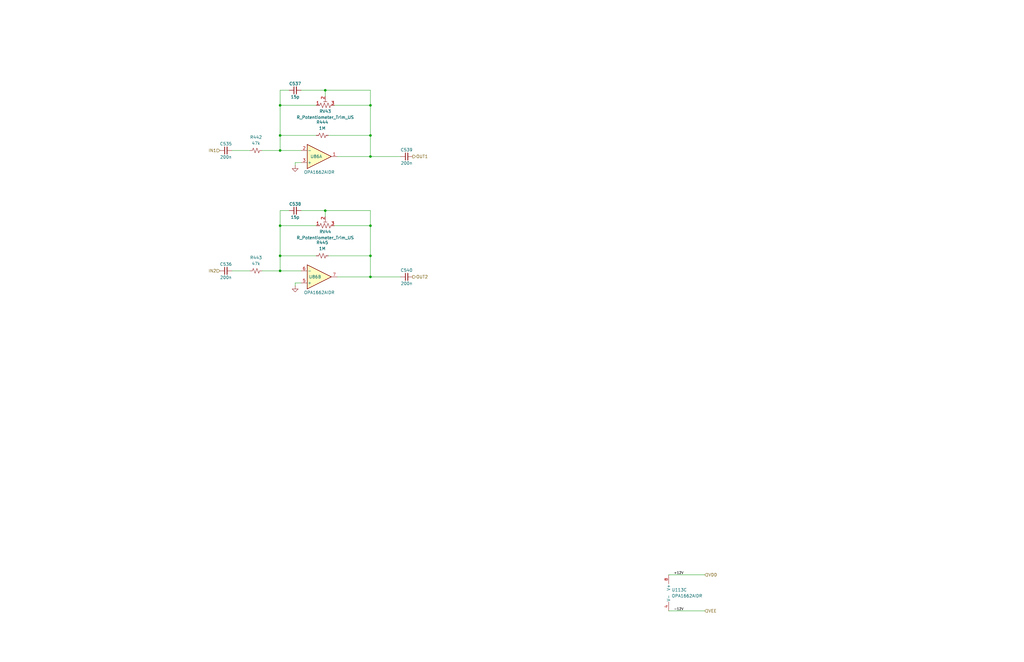
<source format=kicad_sch>
(kicad_sch (version 20250114) (generator "eeschema") (generator_version "9.0")
  (paper "B")
  (lib_symbols
    (symbol "Amplifier_Operational:OPA1656ID" (pin_names (offset 0.127))
      (property "Reference" "U" (at 0 5.08 0))
      (property "Value" "OPA1656ID" (at 0 -5.08 0))
      (symbol "OPA1656ID_1_1"
        (polyline (pts (xy -5.08 5.08) (xy 5.08 0) (xy -5.08 -5.08) (xy -5.08 5.08)) (stroke (width 0.254)) (fill (type background)))
        (pin input line (at -7.62 2.54 0) (length 2.54) (name "+") (number "3"))
        (pin input line (at -7.62 -2.54 0) (length 2.54) (name "-") (number "2"))
        (pin output line (at 7.62 0 180) (length 2.54) (name "~") (number "1"))
      )
      (symbol "OPA1656ID_2_1"
        (polyline (pts (xy -5.08 5.08) (xy 5.08 0) (xy -5.08 -5.08) (xy -5.08 5.08)) (stroke (width 0.254)) (fill (type background)))
        (pin input line (at -7.62 2.54 0) (length 2.54) (name "+") (number "5"))
        (pin input line (at -7.62 -2.54 0) (length 2.54) (name "-") (number "6"))
        (pin output line (at 7.62 0 180) (length 2.54) (name "~") (number "7"))
      )
      (symbol "OPA1656ID_3_1"
        (pin power_in line (at -2.54 7.62 270) (length 3.81) (name "V+") (number "8"))
        (pin power_in line (at -2.54 -7.62 90) (length 3.81) (name "V-") (number "4"))
      )
    )
    (symbol "Device:C_Small" (pin_numbers (hide yes)) (pin_names (offset 0.254) (hide yes))
      (property "Reference" "C" (at 0.254 1.778 0))
      (property "Value" "C_Small" (at 0.254 -2.032 0))
      (symbol "C_Small_0_1"
        (polyline (pts (xy -1.524 0.508) (xy 1.524 0.508)) (stroke (width 0.3048)))
        (polyline (pts (xy -1.524 -0.508) (xy 1.524 -0.508)) (stroke (width 0.3302)))
      )
      (symbol "C_Small_1_1"
        (pin passive line (at 0 2.54 270) (length 2.032) (name "~") (number "1"))
        (pin passive line (at 0 -2.54 90) (length 2.032) (name "~") (number "2"))
      )
    )
    (symbol "Device:R_Potentiometer_Trim_US" (pin_names (offset 1.016) (hide yes))
      (property "Reference" "RV" (at -4.445 0 90))
      (property "Value" "R_Potentiometer_Trim_US" (at -2.54 0 90))
      (symbol "R_Potentiometer_Trim_US_0_1"
        (polyline (pts (xy 0 2.286) (xy 0 2.54)))
        (polyline (pts (xy 0 2.286) (xy 1.016 1.905) (xy 0 1.524) (xy -1.016 1.143) (xy 0 0.762)))
        (polyline (pts (xy 0 0.762) (xy 1.016 0.381) (xy 0 0) (xy -1.016 -0.381) (xy 0 -0.762)))
        (polyline (pts (xy 0 -0.762) (xy 1.016 -1.143) (xy 0 -1.524) (xy -1.016 -1.905) (xy 0 -2.286)))
        (polyline (pts (xy 0 -2.286) (xy 0 -2.54)))
        (polyline (pts (xy 1.524 0.762) (xy 1.524 -0.762)))
        (polyline (pts (xy 2.54 0) (xy 1.524 0)))
      )
      (symbol "R_Potentiometer_Trim_US_1_1"
        (pin passive line (at 0 3.81 270) (length 1.27) (name "1") (number "1"))
        (pin passive line (at 0 -3.81 90) (length 1.27) (name "3") (number "3"))
        (pin passive line (at 3.81 0 180) (length 1.27) (name "2") (number "2"))
      )
    )
    (symbol "Device:R_Small_US" (pin_numbers (hide yes)) (pin_names (offset 0.254) (hide yes))
      (property "Reference" "R" (at 0.762 0.508 0))
      (property "Value" "R_Small_US" (at 0.762 -1.016 0))
      (symbol "R_Small_US_1_1"
        (polyline (pts (xy 0 1.524) (xy 1.016 1.143) (xy 0 0.762) (xy -1.016 0.381) (xy 0 0)))
        (polyline (pts (xy 0 0) (xy 1.016 -0.381) (xy 0 -0.762) (xy -1.016 -1.143) (xy 0 -1.524)))
        (pin passive line (at 0 2.54 270) (length 1.016) (name "~") (number "1"))
        (pin passive line (at 0 -2.54 90) (length 1.016) (name "~") (number "2"))
      )
    )
    (symbol "power:GND" (power) (pin_numbers (hide yes)) (pin_names (offset 0) (hide yes))
      (property "Value" "GND" (at 0 -3.81 0))
      (symbol "GND_0_1"
        (polyline (pts (xy 0 0) (xy 0 -1.27) (xy 1.27 -1.27) (xy 0 -2.54) (xy -1.27 -1.27) (xy 0 -1.27)))
      )
      (symbol "GND_1_1"
        (pin power_in line (at 0 0 270) (length 0) (name "~") (number "1"))
      )
    )
  )
  (junction (at 118.11 63.5))
  (junction (at 137.16 88.9))
  (junction (at 156.21 66.04))
  (junction (at 118.11 44.45))
  (junction (at 156.21 116.84))
  (junction (at 118.11 107.95))
  (junction (at 156.21 44.45))
  (junction (at 137.16 38.1))
  (junction (at 156.21 57.15))
  (junction (at 118.11 57.15))
  (junction (at 156.21 95.25))
  (junction (at 156.21 107.95))
  (junction (at 118.11 114.3))
  (junction (at 118.11 95.25))
  (wire (pts (xy 138.43 107.95) (xy 156.21 107.95)))
  (wire (pts (xy 118.11 95.25) (xy 118.11 107.95)))
  (wire (pts (xy 118.11 38.1) (xy 121.92 38.1)))
  (wire (pts (xy 124.46 68.58) (xy 127 68.58)))
  (wire (pts (xy 281.94 242.57) (xy 297.18 242.57)))
  (wire (pts (xy 127 63.5) (xy 118.11 63.5)))
  (wire (pts (xy 118.11 88.9) (xy 118.11 95.25)))
  (wire (pts (xy 156.21 88.9) (xy 156.21 95.25)))
  (wire (pts (xy 110.49 63.5) (xy 118.11 63.5)))
  (wire (pts (xy 137.16 38.1) (xy 137.16 40.64)))
  (wire (pts (xy 118.11 63.5) (xy 118.11 57.15)))
  (wire (pts (xy 124.46 120.65) (xy 124.46 119.38)))
  (wire (pts (xy 156.21 95.25) (xy 156.21 107.95)))
  (wire (pts (xy 118.11 57.15) (xy 133.35 57.15)))
  (wire (pts (xy 138.43 57.15) (xy 156.21 57.15)))
  (wire (pts (xy 156.21 116.84) (xy 142.24 116.84)))
  (wire (pts (xy 124.46 119.38) (xy 127 119.38)))
  (wire (pts (xy 137.16 88.9) (xy 137.16 91.44)))
  (wire (pts (xy 140.97 44.45) (xy 156.21 44.45)))
  (wire (pts (xy 156.21 44.45) (xy 156.21 57.15)))
  (wire (pts (xy 137.16 88.9) (xy 156.21 88.9)))
  (wire (pts (xy 156.21 66.04) (xy 142.24 66.04)))
  (wire (pts (xy 118.11 107.95) (xy 133.35 107.95)))
  (wire (pts (xy 156.21 57.15) (xy 156.21 66.04)))
  (wire (pts (xy 127 88.9) (xy 137.16 88.9)))
  (wire (pts (xy 156.21 116.84) (xy 168.91 116.84)))
  (wire (pts (xy 140.97 95.25) (xy 156.21 95.25)))
  (wire (pts (xy 156.21 66.04) (xy 168.91 66.04)))
  (wire (pts (xy 124.46 69.85) (xy 124.46 68.58)))
  (wire (pts (xy 118.11 88.9) (xy 121.92 88.9)))
  (wire (pts (xy 97.79 63.5) (xy 105.41 63.5)))
  (wire (pts (xy 156.21 107.95) (xy 156.21 116.84)))
  (wire (pts (xy 118.11 38.1) (xy 118.11 44.45)))
  (wire (pts (xy 127 38.1) (xy 137.16 38.1)))
  (wire (pts (xy 281.94 257.81) (xy 297.18 257.81)))
  (wire (pts (xy 156.21 38.1) (xy 156.21 44.45)))
  (wire (pts (xy 133.35 44.45) (xy 118.11 44.45)))
  (wire (pts (xy 137.16 38.1) (xy 156.21 38.1)))
  (wire (pts (xy 133.35 95.25) (xy 118.11 95.25)))
  (wire (pts (xy 97.79 114.3) (xy 105.41 114.3)))
  (wire (pts (xy 118.11 114.3) (xy 118.11 107.95)))
  (wire (pts (xy 127 114.3) (xy 118.11 114.3)))
  (wire (pts (xy 110.49 114.3) (xy 118.11 114.3)))
  (wire (pts (xy 118.11 44.45) (xy 118.11 57.15)))
  (label "-12V" (at 288.29 257.81 180) (effects (font (size 1 1))))
  (label "+12V" (at 288.29 242.57 180) (effects (font (size 1 1))))
  (hierarchical_label "VDD" (shape input) (at 297.18 242.57 0))
  (hierarchical_label "VEE" (shape input) (at 297.18 257.81 0))
  (hierarchical_label "OUT1" (shape output) (at 173.99 66.04 0))
  (hierarchical_label "IN1" (shape input) (at 92.71 63.5 180))
  (hierarchical_label "OUT2" (shape output) (at 173.99 116.84 0))
  (hierarchical_label "IN2" (shape input) (at 92.71 114.3 180))
  (symbol (lib_id "Device:C_Small") (at 95.25 63.5 90) (mirror x) (unit 1)
    (property "Reference" "C478" (at 95.25 60.706 90))
    (property "Value" "200n" (at 95.25 66.294 90))
    (property "Description" "Unpolarized capacitor, small symbol" (effects (hide yes)))
    (instances (project "PilotAudioPanel" (path "" (reference "C535") (unit 1)) (path "" (reference "C529") (unit 1)) (path "" (reference "C478") (unit 1)) (path "" (reference "C523") (unit 1))))
  )
  (symbol (lib_id "Device:R_Small_US") (at 107.95 114.3 90) (unit 1)
    (property "Reference" "R431" (at 107.95 108.712 90))
    (property "Value" "47k" (at 107.95 111.252 90))
    (property "Description" "Resistor, small US symbol" (effects (hide yes)))
    (instances (project "PilotAudioPanel" (path "" (reference "R443") (unit 1)) (path "" (reference "R439") (unit 1)) (path "" (reference "R431") (unit 1)) (path "" (reference "R435") (unit 1))))
  )
  (symbol (lib_id "Device:R_Potentiometer_Trim_US") (at 137.16 95.25 90) (unit 1)
    (property "Reference" "RV38" (at 137.16 97.79 90))
    (property "Value" "R_Potentiometer_Trim_US" (at 137.16 100.33 90))
    (property "Description" "Trim-potentiometer, US symbol" (effects (hide yes)))
    (instances (project "PilotAudioPanel" (path "" (reference "RV44") (unit 1)) (path "" (reference "RV42") (unit 1)) (path "" (reference "RV38") (unit 1)) (path "" (reference "RV40") (unit 1))))
  )
  (symbol (lib_id "Device:C_Small") (at 95.25 114.3 90) (mirror x) (unit 1)
    (property "Reference" "C479" (at 95.25 111.506 90))
    (property "Value" "200n" (at 95.25 117.094 90))
    (property "Description" "Unpolarized capacitor, small symbol" (effects (hide yes)))
    (instances (project "PilotAudioPanel" (path "" (reference "C536") (unit 1)) (path "" (reference "C530") (unit 1)) (path "" (reference "C479") (unit 1)) (path "" (reference "C524") (unit 1))))
  )
  (symbol (lib_id "Device:R_Small_US") (at 135.89 57.15 90) (unit 1)
    (property "Reference" "R432" (at 135.89 51.562 90))
    (property "Value" "1M" (at 135.89 54.102 90))
    (property "Description" "Resistor, small US symbol" (effects (hide yes)))
    (instances (project "PilotAudioPanel" (path "" (reference "R444") (unit 1)) (path "" (reference "R440") (unit 1)) (path "" (reference "R432") (unit 1)) (path "" (reference "R436") (unit 1))))
  )
  (symbol (lib_id "Device:C_Small") (at 124.46 88.9 90) (mirror x) (unit 1)
    (property "Reference" "C481" (at 124.46 86.106 90))
    (property "Value" "15p" (at 124.46 91.694 90))
    (property "Description" "Unpolarized capacitor, small symbol" (effects (hide yes)))
    (instances (project "PilotAudioPanel" (path "" (reference "C538") (unit 1)) (path "" (reference "C532") (unit 1)) (path "" (reference "C481") (unit 1)) (path "" (reference "C526") (unit 1))))
  )
  (symbol (lib_id "Device:R_Small_US") (at 107.95 63.5 90) (unit 1)
    (property "Reference" "R430" (at 107.95 57.912 90))
    (property "Value" "47k" (at 107.95 60.452 90))
    (property "Description" "Resistor, small US symbol" (effects (hide yes)))
    (instances (project "PilotAudioPanel" (path "" (reference "R442") (unit 1)) (path "" (reference "R438") (unit 1)) (path "" (reference "R430") (unit 1)) (path "" (reference "R434") (unit 1))))
  )
  (symbol (lib_id "Device:C_Small") (at 171.45 66.04 90) (mirror x) (unit 1)
    (property "Reference" "C482" (at 171.45 63.246 90))
    (property "Value" "200n" (at 171.45 68.834 90))
    (property "Description" "Unpolarized capacitor, small symbol" (effects (hide yes)))
    (instances (project "PilotAudioPanel" (path "" (reference "C539") (unit 1)) (path "" (reference "C533") (unit 1)) (path "" (reference "C482") (unit 1)) (path "" (reference "C527") (unit 1))))
  )
  (symbol (lib_id "power:GND") (at 124.46 69.85 0) (unit 1)
    (property "Reference" "#PWR0413" (effects (hide yes)))
    (property "Value" "GND" (effects (hide yes)))
    (property "Description" "Power symbol creates a global label with name \"GND\" , ground" (effects (hide yes)))
    (instances (project "PilotAudioPanel" (path "" (reference "#PWR0420") (unit 1)) (path "" (reference "#PWR0418") (unit 1)) (path "" (reference "#PWR0413") (unit 1)) (path "" (reference "#PWR0415") (unit 1))))
  )
  (symbol (lib_id "Amplifier_Operational:OPA1656ID") (at 134.62 116.84 0) (mirror x) (unit 2)
    (property "Reference" "U75" (at 132.842 116.84 0))
    (property "Value" "OPA1662AIDR" (at 134.62 123.444 0))
    (property "Footprint" "Package_SO:SOIC-8_3.9x4.9mm_P1.27mm" (effects (hide yes)))
    (property "Datasheet" "https://www.ti.com/lit/ds/symlink/opa1662.pdf?HQS=dis-dk-null-digikeymode-dsf-pf-null-wwe&ts=1750397590108&ref_url=https%253A%252F%252Fwww.ti.com%252Fgeneral%252Fdocs%252Fsuppproductinfo.tsp%253FdistId%253D10%2526gotoUrl%253Dhttps%253A%252F%252Fwww.ti.com%252Flit%252Fgpn%252Fopa1662" (effects (hide yes)))
    (property "Description" "Dual Ultra-Low-Noise, Low-Distortion, FET-Input, Burr-Brown Audio Operational Amplifiers, SOIC-8" (effects (hide yes)))
    (instances (project "PilotAudioPanel" (path "" (reference "U86") (unit 2)) (path "" (reference "U85") (unit 2)) (path "" (reference "U75") (unit 2)) (path "" (reference "U76") (unit 2))))
  )
  (symbol (lib_id "Device:C_Small") (at 124.46 38.1 90) (mirror x) (unit 1)
    (property "Reference" "C480" (at 124.46 35.306 90))
    (property "Value" "15p" (at 124.46 40.894 90))
    (property "Description" "Unpolarized capacitor, small symbol" (effects (hide yes)))
    (instances (project "PilotAudioPanel" (path "" (reference "C537") (unit 1)) (path "" (reference "C531") (unit 1)) (path "" (reference "C480") (unit 1)) (path "" (reference "C525") (unit 1))))
  )
  (symbol (lib_id "Device:C_Small") (at 171.45 116.84 90) (mirror x) (unit 1)
    (property "Reference" "C522" (at 171.45 114.046 90))
    (property "Value" "200n" (at 171.45 119.634 90))
    (property "Description" "Unpolarized capacitor, small symbol" (effects (hide yes)))
    (instances (project "PilotAudioPanel" (path "" (reference "C540") (unit 1)) (path "" (reference "C534") (unit 1)) (path "" (reference "C522") (unit 1)) (path "" (reference "C528") (unit 1))))
  )
  (symbol (lib_id "Device:R_Small_US") (at 135.89 107.95 90) (unit 1)
    (property "Reference" "R433" (at 135.89 102.362 90))
    (property "Value" "1M" (at 135.89 104.902 90))
    (property "Description" "Resistor, small US symbol" (effects (hide yes)))
    (instances (project "PilotAudioPanel" (path "" (reference "R445") (unit 1)) (path "" (reference "R441") (unit 1)) (path "" (reference "R433") (unit 1)) (path "" (reference "R437") (unit 1))))
  )
  (symbol (lib_id "Device:R_Potentiometer_Trim_US") (at 137.16 44.45 90) (unit 1)
    (property "Reference" "RV37" (at 137.16 46.99 90))
    (property "Value" "R_Potentiometer_Trim_US" (at 137.16 49.53 90))
    (property "Description" "Trim-potentiometer, US symbol" (effects (hide yes)))
    (instances (project "PilotAudioPanel" (path "" (reference "RV43") (unit 1)) (path "" (reference "RV41") (unit 1)) (path "" (reference "RV37") (unit 1)) (path "" (reference "RV39") (unit 1))))
  )
  (symbol (lib_id "power:GND") (at 124.46 120.65 0) (unit 1)
    (property "Reference" "#PWR0414" (effects (hide yes)))
    (property "Value" "GND" (effects (hide yes)))
    (property "Description" "Power symbol creates a global label with name \"GND\" , ground" (effects (hide yes)))
    (instances (project "PilotAudioPanel" (path "" (reference "#PWR0421") (unit 1)) (path "" (reference "#PWR0419") (unit 1)) (path "" (reference "#PWR0414") (unit 1)) (path "" (reference "#PWR0416") (unit 1))))
  )
  (symbol (lib_id "Amplifier_Operational:OPA1656ID") (at 134.62 66.04 0) (mirror x) (unit 1)
    (property "Reference" "U75" (at 133.35 66.04 0))
    (property "Value" "OPA1662AIDR" (at 134.62 72.644 0))
    (property "Footprint" "Package_SO:SOIC-8_3.9x4.9mm_P1.27mm" (effects (hide yes)))
    (property "Datasheet" "https://www.ti.com/lit/ds/symlink/opa1662.pdf?HQS=dis-dk-null-digikeymode-dsf-pf-null-wwe&ts=1750397590108&ref_url=https%253A%252F%252Fwww.ti.com%252Fgeneral%252Fdocs%252Fsuppproductinfo.tsp%253FdistId%253D10%2526gotoUrl%253Dhttps%253A%252F%252Fwww.ti.com%252Flit%252Fgpn%252Fopa1662" (effects (hide yes)))
    (property "Description" "Dual Ultra-Low-Noise, Low-Distortion, FET-Input, Burr-Brown Audio Operational Amplifiers, SOIC-8" (effects (hide yes)))
    (instances (project "PilotAudioPanel" (path "" (reference "U86") (unit 1)) (path "" (reference "U85") (unit 1)) (path "" (reference "U75") (unit 1)) (path "" (reference "U76") (unit 1))))
  )
  (symbol (lib_id "Amplifier_Operational:OPA1656ID") (at 284.48 250.19 0) (unit 3)
    (property "Reference" "U93" (at 283.21 248.9199 0) (effects (justify left)))
    (property "Value" "OPA1662AIDR" (at 283.21 251.4599 0) (effects (justify left)))
    (property "Footprint" "Package_SO:SOIC-8_3.9x4.9mm_P1.27mm" (effects (hide yes)))
    (property "Datasheet" "https://www.ti.com/lit/ds/symlink/opa1662.pdf?HQS=dis-dk-null-digikeymode-dsf-pf-null-wwe&ts=1750397590108&ref_url=https%253A%252F%252Fwww.ti.com%252Fgeneral%252Fdocs%252Fsuppproductinfo.tsp%253FdistId%253D10%2526gotoUrl%253Dhttps%253A%252F%252Fwww.ti.com%252Flit%252Fgpn%252Fopa1662" (effects (hide yes)))
    (property "Description" "Dual Ultra-Low-Noise, Low-Distortion, FET-Input, Burr-Brown Audio Operational Amplifiers, SOIC-8" (effects (hide yes)))
    (instances (project "PilotAudioPanel" (path "" (reference "U113") (unit 3)) (path "" (reference "U111") (unit 3)) (path "" (reference "U93") (unit 3)) (path "" (reference "U109") (unit 3))))
  )
)
</source>
